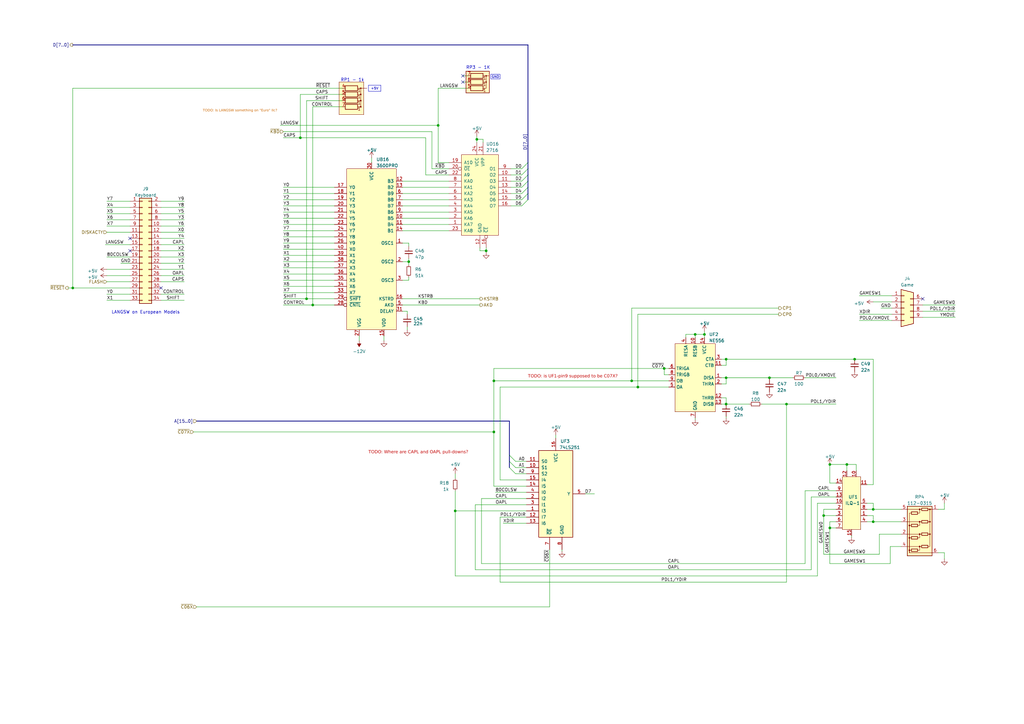
<source format=kicad_sch>
(kicad_sch (version 20230121) (generator eeschema)
  (paper "A3")
  (title_block (title "Keyboard and Gameport") (rev "1") (company "bald.ee/bitpreserve") (comment 1 "Apple IIc"))
  (lib_symbols
    (symbol "Apple IIc Schematic Symbols:2716" (pin_names (offset 1.016))
      (property "Reference" "U" (at 0 1.27 0))
      (property "Value" "2716" (at 0 -1.27 0))
      (symbol "2716_1_1"
        (pin input line (at -12.7 -12.065 0) (length 5.08) (name "KA7") (number "1"))
        (pin bidirectional line (at 12.7 8.255 180) (length 5.08) (name "O2") (number "10"))
        (pin bidirectional line (at 12.7 5.715 180) (length 5.08) (name "O3") (number "11"))
        (pin power_in line (at 0 -21.59 90) (length 5.08) (name "GND") (number "12"))
        (pin bidirectional line (at 12.7 3.175 180) (length 5.08) (name "O4") (number "13"))
        (pin bidirectional line (at 12.7 0.635 180) (length 5.08) (name "O5") (number "14"))
        (pin bidirectional line (at 12.7 -1.905 180) (length 5.08) (name "O6") (number "15"))
        (pin bidirectional line (at 12.7 -4.445 180) (length 5.08) (name "O7") (number "16"))
        (pin input inverted (at 2.54 -21.59 90) (length 5.08) (name "~{CE}") (number "16"))
        (pin input line (at -12.7 13.335 0) (length 5.08) (name "A10") (number "19"))
        (pin input line (at -12.7 -9.525 0) (length 5.08) (name "KA6") (number "2"))
        (pin input inverted (at -12.7 10.795 0) (length 5.08) (name "~{OE}") (number "20"))
        (pin input line (at 1.27 21.59 270) (length 5.08) (name "VPP") (number "21"))
        (pin input line (at -12.7 8.255 0) (length 5.08) (name "A9") (number "22"))
        (pin input line (at -12.7 -14.605 0) (length 5.08) (name "KA8") (number "23"))
        (pin power_in line (at -1.27 21.59 270) (length 5.08) (name "VCC") (number "24"))
        (pin input line (at -12.7 -6.985 0) (length 5.08) (name "KA5") (number "3"))
        (pin input line (at -12.7 -4.445 0) (length 5.08) (name "KA4") (number "4"))
        (pin input line (at -12.7 -1.905 0) (length 5.08) (name "KA3") (number "5"))
        (pin input line (at -12.7 0.635 0) (length 5.08) (name "KA2") (number "6"))
        (pin input line (at -12.7 3.175 0) (length 5.08) (name "KA1") (number "7"))
        (pin input line (at -12.7 5.715 0) (length 5.08) (name "KA0") (number "8"))
        (pin bidirectional line (at 12.7 10.795 180) (length 5.08) (name "O1") (number "9"))
      )
    )
    (symbol "Apple IIc Schematic Symbols:3600PRO" (pin_names (offset 1.016))
      (property "Reference" "U" (at 0 2.54 0))
      (property "Value" "3600PRO" (at 0 -2.54 0))
      (symbol "3600PRO_1_1"
        (pin passive line (at 12.7 2.54 180) (length 2.54) (name "OSC1") (number "1"))
        (pin output line (at 12.7 12.7 180) (length 2.54) (name "B5") (number "10"))
        (pin output line (at 12.7 10.16 180) (length 2.54) (name "B4") (number "11"))
        (pin output line (at 12.7 27.94 180) (length 2.54) (name "B3") (number "12"))
        (pin output line (at 12.7 25.4 180) (length 2.54) (name "B2") (number "13"))
        (pin output line (at 12.7 7.62 180) (length 2.54) (name "B1") (number "14"))
        (pin power_in line (at 5.08 -35.56 90) (length 2.54) (name "VDD") (number "15"))
        (pin output line (at 12.7 -20.32 180) (length 2.54) (name "KSTRD") (number "16"))
        (pin passive line (at -15.24 25.4 0) (length 5.08) (name "Y0") (number "17"))
        (pin passive line (at -15.24 22.86 0) (length 5.08) (name "Y1") (number "18"))
        (pin passive line (at -15.24 20.32 0) (length 5.08) (name "Y2") (number "19"))
        (pin passive line (at 12.7 -5.08 180) (length 2.54) (name "OSC2") (number "2"))
        (pin passive line (at -15.24 17.78 0) (length 5.08) (name "Y3") (number "20"))
        (pin passive line (at -15.24 15.24 0) (length 5.08) (name "Y4") (number "21"))
        (pin passive line (at -15.24 12.7 0) (length 5.08) (name "Y5") (number "22"))
        (pin passive line (at -15.24 10.16 0) (length 5.08) (name "Y6") (number "23"))
        (pin passive line (at -15.24 7.62 0) (length 5.08) (name "Y7") (number "24"))
        (pin passive line (at -15.24 5.08 0) (length 5.08) (name "Y8") (number "25"))
        (pin passive line (at -15.24 2.54 0) (length 5.08) (name "Y9") (number "26"))
        (pin power_in line (at -5.08 -35.56 90) (length 2.54) (name "VGG") (number "27"))
        (pin input inverted (at -15.24 -22.86 0) (length 5.08) (name "~{CNTL}") (number "28"))
        (pin input inverted (at -15.24 -20.32 0) (length 5.08) (name "~{SHFT}") (number "29"))
        (pin passive line (at 12.7 -12.7 180) (length 2.54) (name "OSC3") (number "3"))
        (pin power_in line (at 0 35.56 270) (length 2.54) (name "VCC") (number "30"))
        (pin input line (at 12.7 -25.4 180) (length 2.54) (name "DELAY") (number "31"))
        (pin passive line (at -15.24 -17.78 0) (length 5.08) (name "X7") (number "33"))
        (pin passive line (at -15.24 -15.24 0) (length 5.08) (name "X6") (number "34"))
        (pin passive line (at -15.24 -12.7 0) (length 5.08) (name "X5") (number "35"))
        (pin passive line (at -15.24 -10.16 0) (length 5.08) (name "X4") (number "36"))
        (pin passive line (at -15.24 -7.62 0) (length 5.08) (name "X3") (number "37"))
        (pin passive line (at -15.24 -5.08 0) (length 5.08) (name "X2") (number "38"))
        (pin passive line (at -15.24 -2.54 0) (length 5.08) (name "X1") (number "39"))
        (pin passive line (at -15.24 0 0) (length 5.08) (name "X0") (number "40"))
        (pin output line (at 12.7 -22.86 180) (length 2.54) (name "AKD") (number "5"))
        (pin output line (at 12.7 22.86 180) (length 2.54) (name "B9") (number "6"))
        (pin output line (at 12.7 20.32 180) (length 2.54) (name "B8") (number "7"))
        (pin output line (at 12.7 17.78 180) (length 2.54) (name "B7") (number "8"))
        (pin output line (at 12.7 15.24 180) (length 2.54) (name "B6") (number "9"))
      )
    )
    (symbol "Apple IIc Schematic Symbols:74LS251-IIc" (pin_names (offset 1.016))
      (property "Reference" "UF3" (at 3.81 21.59 0))
      (property "Value" "74LS251" (at 5.715 19.05 0))
      (symbol "74LS251-IIc_1_0"
        (pin input line (at -12.065 -6.985 0) (length 5.08) (name "I3") (number "1"))
        (pin input line (at -12.065 10.795 0) (length 5.08) (name "S1") (number "10"))
        (pin input line (at -12.065 13.335 0) (length 5.08) (name "S0") (number "11"))
        (pin input line (at -12.065 -9.525 0) (length 5.08) (name "I7") (number "12"))
        (pin input line (at -12.065 -12.065 0) (length 5.08) (name "I6") (number "13"))
        (pin input line (at -12.065 3.175 0) (length 5.08) (name "I5") (number "14"))
        (pin input line (at -12.065 5.715 0) (length 5.08) (name "I4") (number "15"))
        (pin power_in line (at 0 22.86 270) (length 5.08) (name "VCC") (number "16"))
        (pin input line (at -12.065 -1.905 0) (length 5.08) (name "I2") (number "2"))
        (pin input line (at -12.065 -4.445 0) (length 5.08) (name "I1") (number "3"))
        (pin input line (at -12.065 0.635 0) (length 5.08) (name "I0") (number "4"))
        (pin tri_state line (at 12.065 0 180) (length 5.08) (name "Y") (number "5"))
        (pin no_connect line (at 12.065 12.7 180) (length 5.08) hide (name "~{Y}") (number "6"))
        (pin input line (at -2.54 -22.86 90) (length 5.08) (name "~{OE}") (number "7"))
        (pin power_in line (at 2.54 -22.86 90) (length 5.08) (name "GND") (number "8"))
        (pin input line (at -12.065 8.255 0) (length 5.08) (name "S2") (number "9"))
      )
    )
    (symbol "Apple IIc Schematic Symbols:Conn_Gameport-IIc-10pin" (pin_names (offset 1.016) hide)
      (property "Reference" "J" (at 1.27 8.255 0))
      (property "Value" "Game" (at 1.27 -8.89 0))
      (symbol "Conn_Gameport-IIc-10pin_1_1"
        (pin passive line (at -5.08 5.08 0) (length 3.81) (name "Pin_1") (number "1"))
        (pin passive line (at -5.08 2.54 0) (length 3.81) (name "Pin_2") (number "2"))
        (pin passive line (at -5.08 0 0) (length 3.81) (name "Pin_3") (number "3"))
        (pin passive line (at -5.08 -2.54 0) (length 3.81) (name "Pin_4") (number "4"))
        (pin passive line (at -5.08 -5.08 0) (length 3.81) (name "Pin_5") (number "5"))
        (pin passive line (at 7.62 3.81 180) (length 3.81) (name "Pin_6") (number "6"))
        (pin passive line (at 7.62 1.27 180) (length 3.81) (name "Pin_7") (number "7"))
        (pin passive line (at 7.62 -1.27 180) (length 3.81) (name "Pin_8") (number "8"))
        (pin passive line (at 7.62 -3.81 180) (length 3.81) (name "Pin_9") (number "9"))
      )
    )
    (symbol "Apple IIc Schematic Symbols:ILQ-1"
      (property "Reference" "U" (at 0 3.175 0))
      (property "Value" "ILQ-1" (at 0 1.27 0))
      (symbol "ILQ-1_0_0"
        (pin passive line (at 6.35 -5.08 180) (length 2.54) (name "") (number "1"))
        (pin passive line (at 1.905 13.335 270) (length 2.54) (name "") (number "10"))
        (pin passive line (at 6.35 7.62 180) (length 2.54) (name "") (number "11"))
        (pin passive line (at -1.905 13.335 270) (length 2.54) (name "") (number "12"))
        (pin passive line (at -6.35 2.54 0) (length 2.54) (name "") (number "13"))
        (pin passive line (at -6.35 8.255 0) (length 2.54) (name "") (number "14"))
        (pin passive line (at 0 -13.335 90) (length 2.54) (name "") (number "15"))
        (pin passive line (at -6.35 0 0) (length 2.54) (name "") (number "16"))
        (pin passive line (at -6.35 -2.54 0) (length 2.54) (name "") (number "2"))
        (pin passive line (at -6.35 -5.08 0) (length 2.54) (name "") (number "3"))
        (pin passive line (at 6.35 -7.62 180) (length 2.54) (name "") (number "4"))
        (pin passive line (at 6.35 0 180) (length 2.54) (name "") (number "5"))
        (pin passive line (at -6.35 -7.62 0) (length 2.54) (name "") (number "6"))
        (pin passive line (at -6.35 -10.16 0) (length 2.54) (name "") (number "7"))
        (pin passive line (at 6.35 -2.54 180) (length 2.54) (name "") (number "8"))
        (pin passive line (at -6.35 5.08 0) (length 2.54) (name "") (number "9"))
      )
    )
    (symbol "Apple IIc Schematic Symbols:NE556"
      (property "Reference" "U" (at 6.985 17.78 0))
      (property "Value" "NE556" (at 8.89 15.24 0))
      (symbol "NE556_0_0"
        (pin output line (at 10.795 0 180) (length 2.54) (name "DISA") (number "1"))
        (pin input line (at 0 16.51 270) (length 2.54) (name "RESB") (number "10"))
        (pin input line (at 10.795 5.08 180) (length 2.54) (name "CTB") (number "11"))
        (pin input line (at 10.795 -8.255 180) (length 2.54) (name "THRB") (number "12"))
        (pin output line (at 10.795 -10.795 180) (length 2.54) (name "DISB") (number "13"))
        (pin power_in line (at 3.81 16.51 270) (length 2.54) (name "VCC") (number "14"))
        (pin input line (at 10.795 -2.54 180) (length 2.54) (name "THRA") (number "2"))
        (pin input line (at 10.795 7.62 180) (length 2.54) (name "CTA") (number "3"))
        (pin input line (at -3.81 16.51 270) (length 2.54) (name "RESA") (number "4"))
        (pin output line (at -10.795 -3.81 0) (length 2.54) (name "OA") (number "5"))
        (pin input line (at -10.795 3.81 0) (length 2.54) (name "TRIGA") (number "6"))
        (pin power_in line (at 0 -16.51 90) (length 2.54) (name "GND") (number "7"))
        (pin input line (at -10.795 1.27 0) (length 2.54) (name "TRIGB") (number "8"))
        (pin output line (at -10.795 -1.27 0) (length 2.54) (name "OB") (number "9"))
      )
    )
    (symbol "Apple IIc Schematic Symbols:R_Network (112-0315)" (pin_names (offset 0) hide)
      (property "Reference" "RP" (at 0 11.43 0))
      (property "Value" "112-0315" (at 0 -11.43 0))
      (symbol "R_Network (112-0315)_1_1"
        (pin passive line (at 7.62 8.89 180) (length 2.54) (name "COM1") (number "1"))
        (pin passive line (at -7.62 -1.27 0) (length 2.54) (name "R3") (number "2"))
        (pin passive line (at -7.62 3.81 0) (length 2.54) (name "R2") (number "3"))
        (pin passive line (at -7.62 -6.35 0) (length 2.54) (name "R4") (number "4"))
        (pin passive line (at -7.62 8.89 0) (length 2.54) (name "R1") (number "5"))
        (pin passive line (at 7.62 -8.89 180) (length 2.54) (name "COM2") (number "6"))
      )
    )
    (symbol "Connector_Generic:Conn_02x17_Odd_Even" (pin_names (offset 1.016) hide)
      (property "Reference" "J" (at 1.27 22.86 0))
      (property "Value" "Conn_02x17_Odd_Even" (at 1.27 -22.86 0))
      (symbol "Conn_02x17_Odd_Even_1_1"
        (pin passive line (at -5.08 20.32 0) (length 3.81) (name "Pin_1") (number "1"))
        (pin passive line (at 7.62 10.16 180) (length 3.81) (name "Pin_10") (number "10"))
        (pin passive line (at -5.08 7.62 0) (length 3.81) (name "Pin_11") (number "11"))
        (pin passive line (at 7.62 7.62 180) (length 3.81) (name "Pin_12") (number "12"))
        (pin passive line (at -5.08 5.08 0) (length 3.81) (name "Pin_13") (number "13"))
        (pin passive line (at 7.62 5.08 180) (length 3.81) (name "Pin_14") (number "14"))
        (pin passive line (at -5.08 2.54 0) (length 3.81) (name "Pin_15") (number "15"))
        (pin passive line (at 7.62 2.54 180) (length 3.81) (name "Pin_16") (number "16"))
        (pin passive line (at -5.08 0 0) (length 3.81) (name "Pin_17") (number "17"))
        (pin passive line (at 7.62 0 180) (length 3.81) (name "Pin_18") (number "18"))
        (pin passive line (at -5.08 -2.54 0) (length 3.81) (name "Pin_19") (number "19"))
        (pin passive line (at 7.62 20.32 180) (length 3.81) (name "Pin_2") (number "2"))
        (pin passive line (at 7.62 -2.54 180) (length 3.81) (name "Pin_20") (number "20"))
        (pin passive line (at -5.08 -5.08 0) (length 3.81) (name "Pin_21") (number "21"))
        (pin passive line (at 7.62 -5.08 180) (length 3.81) (name "Pin_22") (number "22"))
        (pin passive line (at -5.08 -7.62 0) (length 3.81) (name "Pin_23") (number "23"))
        (pin passive line (at 7.62 -7.62 180) (length 3.81) (name "Pin_24") (number "24"))
        (pin passive line (at -5.08 -10.16 0) (length 3.81) (name "Pin_25") (number "25"))
        (pin passive line (at 7.62 -10.16 180) (length 3.81) (name "Pin_26") (number "26"))
        (pin passive line (at -5.08 -12.7 0) (length 3.81) (name "Pin_27") (number "27"))
        (pin passive line (at 7.62 -12.7 180) (length 3.81) (name "Pin_28") (number "28"))
        (pin passive line (at -5.08 -15.24 0) (length 3.81) (name "Pin_29") (number "29"))
        (pin passive line (at -5.08 17.78 0) (length 3.81) (name "Pin_3") (number "3"))
        (pin passive line (at 7.62 -15.24 180) (length 3.81) (name "Pin_30") (number "30"))
        (pin passive line (at -5.08 -17.78 0) (length 3.81) (name "Pin_31") (number "31"))
        (pin passive line (at 7.62 -17.78 180) (length 3.81) (name "Pin_32") (number "32"))
        (pin passive line (at -5.08 -20.32 0) (length 3.81) (name "Pin_33") (number "33"))
        (pin passive line (at 7.62 -20.32 180) (length 3.81) (name "Pin_34") (number "34"))
        (pin passive line (at 7.62 17.78 180) (length 3.81) (name "Pin_4") (number "4"))
        (pin passive line (at -5.08 15.24 0) (length 3.81) (name "Pin_5") (number "5"))
        (pin passive line (at 7.62 15.24 180) (length 3.81) (name "Pin_6") (number "6"))
        (pin passive line (at -5.08 12.7 0) (length 3.81) (name "Pin_7") (number "7"))
        (pin passive line (at 7.62 12.7 180) (length 3.81) (name "Pin_8") (number "8"))
        (pin passive line (at -5.08 10.16 0) (length 3.81) (name "Pin_9") (number "9"))
      )
    )
    (symbol "Device:C_Small" (pin_numbers hide) (pin_names (offset 0.254) hide)
      (property "Reference" "C" (at 0.254 1.778 0))
      (property "Value" "C_Small" (at 0.254 -2.032 0))
      (symbol "C_Small_1_1"
        (pin passive line (at 0 2.54 270) (length 2.032) (name "~") (number "1"))
        (pin passive line (at 0 -2.54 90) (length 2.032) (name "~") (number "2"))
      )
    )
    (symbol "Device:R_Network07_Split" (pin_names (offset 0) hide)
      (property "Reference" "RN" (at 2.032 0 90))
      (property "Value" "R_Network07_Split" (at 0 0 90))
      (symbol "R_Network07_Split_1_1"
        (pin passive line (at 0 3.81 270) (length 1.27) (name "R1.1") (number "1"))
        (pin passive line (at 0 -3.81 90) (length 1.27) (name "R1.2") (number "2"))
      )
      (symbol "R_Network07_Split_2_1"
        (text "1" (at 0.889 3.175 900) (effects (font (size 1.27 1.27))))
        (pin passive line (at 0 -3.81 90) (length 1.27) (name "R2.2") (number "3"))
      )
      (symbol "R_Network07_Split_3_1"
        (text "1" (at 0.889 3.175 900) (effects (font (size 1.27 1.27))))
        (pin passive line (at 0 -3.81 90) (length 1.27) (name "R3.2") (number "4"))
      )
      (symbol "R_Network07_Split_4_1"
        (text "1" (at 0.889 3.175 900) (effects (font (size 1.27 1.27))))
        (pin passive line (at 0 -3.81 90) (length 1.27) (name "R4.2") (number "5"))
      )
      (symbol "R_Network07_Split_5_1"
        (text "1" (at 0.889 3.175 900) (effects (font (size 1.27 1.27))))
        (pin passive line (at 0 -3.81 90) (length 1.27) (name "R5.2") (number "6"))
      )
      (symbol "R_Network07_Split_6_1"
        (text "1" (at 0.889 3.175 900) (effects (font (size 1.27 1.27))))
        (pin passive line (at 0 -3.81 90) (length 1.27) (name "R6.2") (number "7"))
      )
      (symbol "R_Network07_Split_7_1"
        (text "1" (at 0.889 3.175 900) (effects (font (size 1.27 1.27))))
        (pin passive line (at 0 -3.81 90) (length 1.27) (name "R7.2") (number "8"))
      )
    )
    (symbol "Device:R_Network09_Split" (pin_names (offset 0) hide)
      (property "Reference" "RN" (at 2.032 0 90))
      (property "Value" "R_Network09_Split" (at 0 0 90))
      (symbol "R_Network09_Split_1_1"
        (pin passive line (at 0 3.81 270) (length 1.27) (name "R1.1") (number "1"))
        (pin passive line (at 0 -3.81 90) (length 1.27) (name "R1.2") (number "2"))
      )
      (symbol "R_Network09_Split_2_1"
        (text "1" (at 0.889 3.175 900) (effects (font (size 1.27 1.27))))
        (pin passive line (at 0 -3.81 90) (length 1.27) (name "R2.2") (number "3"))
      )
      (symbol "R_Network09_Split_3_1"
        (text "1" (at 0.889 3.175 900) (effects (font (size 1.27 1.27))))
        (pin passive line (at 0 -3.81 90) (length 1.27) (name "R3.2") (number "4"))
      )
      (symbol "R_Network09_Split_4_1"
        (text "1" (at 0.889 3.175 900) (effects (font (size 1.27 1.27))))
        (pin passive line (at 0 -3.81 90) (length 1.27) (name "R4.2") (number "5"))
      )
      (symbol "R_Network09_Split_5_1"
        (text "1" (at 0.889 3.175 900) (effects (font (size 1.27 1.27))))
        (pin passive line (at 0 -3.81 90) (length 1.27) (name "R5.2") (number "6"))
      )
      (symbol "R_Network09_Split_6_1"
        (text "1" (at 0.889 3.175 900) (effects (font (size 1.27 1.27))))
        (pin passive line (at 0 -3.81 90) (length 1.27) (name "R6.2") (number "7"))
      )
      (symbol "R_Network09_Split_7_1"
        (text "1" (at 0.889 3.175 900) (effects (font (size 1.27 1.27))))
        (pin passive line (at 0 -3.81 90) (length 1.27) (name "R7.2") (number "8"))
      )
      (symbol "R_Network09_Split_8_1"
        (text "1" (at 0.889 3.175 900) (effects (font (size 1.27 1.27))))
        (pin passive line (at 0 -3.81 90) (length 1.27) (name "R8.2") (number "9"))
      )
      (symbol "R_Network09_Split_9_1"
        (text "1" (at 0.889 3.175 900) (effects (font (size 1.27 1.27))))
        (pin passive line (at 0 -3.81 90) (length 1.27) (name "R9.2") (number "10"))
      )
    )
    (symbol "Device:R_Small" (pin_numbers hide) (pin_names (offset 0.254) hide)
      (property "Reference" "R" (at 0.762 0.508 0))
      (property "Value" "R_Small" (at 0.762 -1.016 0))
      (symbol "R_Small_1_1"
        (pin passive line (at 0 2.54 270) (length 0.762) (name "~") (number "1"))
        (pin passive line (at 0 -2.54 90) (length 0.762) (name "~") (number "2"))
      )
    )
    (symbol "power:+5V" (power) (pin_names (offset 0))
      (property "Value" "+5V" (at 0 3.556 0))
      (symbol "+5V_1_1"
        (pin power_in line (at 0 0 90) (length 0) hide (name "+5V") (number "1"))
      )
    )
    (symbol "power:-12V" (power) (pin_names (offset 0))
      (property "Value" "-12V" (at 0 3.81 0))
      (symbol "-12V_0_0"
        (pin power_in line (at 0 0 90) (length 0) hide (name "-12V") (number "1"))
      )
    )
    (symbol "power:GND" (power) (pin_names (offset 0))
      (property "Value" "GND" (at 0 -3.81 0))
      (symbol "GND_1_1"
        (pin power_in line (at 0 0 270) (length 0) hide (name "GND") (number "1"))
      )
    )
  )
  (junction (at 202.565 156.21))
  (junction (at 125.73 122.555))
  (junction (at 288.925 137.16))
  (junction (at 285.115 137.16))
  (junction (at 297.815 165.735))
  (junction (at 322.58 165.735))
  (junction (at 199.39 102.87))
  (junction (at 358.14 208.915))
  (junction (at 195.58 57.15))
  (junction (at 261.62 158.75))
  (junction (at 297.815 154.94))
  (junction (at 167.64 107.315))
  (junction (at 202.565 177.165))
  (junction (at 337.82 211.455))
  (junction (at 350.52 147.32))
  (junction (at 315.595 154.94))
  (junction (at 340.36 190.5))
  (junction (at 297.815 147.32))
  (junction (at 179.705 51.435))
  (junction (at 358.14 213.995))
  (junction (at 128.27 125.095))
  (junction (at 340.36 216.535))
  (junction (at 272.415 151.13))
  (junction (at 186.69 209.55))
  (junction (at 259.08 156.21))
  (junction (at 347.345 190.5))
  (junction (at 29.845 118.11))
  (junction (at 123.19 56.515))
  (no_connect (at 53.34 102.87))
  (no_connect (at 53.34 97.79))
  (no_connect (at 189.865 33.655))
  (no_connect (at 66.04 118.11))
  (no_connect (at 378.46 122.555))
  (no_connect (at 189.865 31.115))
  (bus_entry (at 208.915 189.23) (size 2.54 2.54))
  (bus_entry (at 213.995 69.215) (size 2.54 -2.54))
  (bus_entry (at 213.995 84.455) (size 2.54 -2.54))
  (bus_entry (at 213.995 79.375) (size 2.54 -2.54))
  (bus_entry (at 213.995 81.915) (size 2.54 -2.54))
  (bus_entry (at 213.995 76.835) (size 2.54 -2.54))
  (bus_entry (at 213.995 74.295) (size 2.54 -2.54))
  (bus_entry (at 208.915 191.77) (size 2.54 2.54))
  (bus_entry (at 213.995 71.755) (size 2.54 -2.54))
  (bus_entry (at 208.915 186.69) (size 2.54 2.54))
  (wire (pts (xy 358.14 211.455) (xy 358.14 213.995)))
  (wire (pts (xy 205.105 212.09) (xy 205.105 238.76)))
  (wire (pts (xy 66.04 102.87) (xy 75.565 102.87)))
  (wire (pts (xy 285.115 137.16) (xy 285.115 138.43)))
  (wire (pts (xy 43.815 113.03) (xy 53.34 113.03)))
  (wire (pts (xy 261.62 128.905) (xy 261.62 158.75)))
  (wire (pts (xy 297.815 165.735) (xy 307.34 165.735)))
  (wire (pts (xy 186.69 236.22) (xy 335.28 236.22)))
  (wire (pts (xy 322.58 165.735) (xy 342.9 165.735)))
  (wire (pts (xy 297.815 147.32) (xy 350.52 147.32)))
  (wire (pts (xy 43.815 120.65) (xy 53.34 120.65)))
  (wire (pts (xy 225.425 248.92) (xy 225.425 225.425)))
  (wire (pts (xy 202.565 199.39) (xy 202.565 177.165)))
  (wire (pts (xy 43.815 123.19) (xy 53.34 123.19)))
  (wire (pts (xy 43.815 95.25) (xy 53.34 95.25)))
  (wire (pts (xy 152.4 64.77) (xy 152.4 66.675)))
  (bus (pts (xy 216.535 71.755) (xy 216.535 69.215)))
  (wire (pts (xy 43.815 82.55) (xy 53.34 82.55)))
  (wire (pts (xy 116.205 109.855) (xy 137.16 109.855)))
  (wire (pts (xy 340.36 213.995) (xy 340.36 216.535)))
  (wire (pts (xy 387.35 229.235) (xy 387.35 226.695)))
  (bus (pts (xy 208.915 172.72) (xy 80.645 172.72)))
  (wire (pts (xy 195.58 55.88) (xy 195.58 57.15)))
  (wire (pts (xy 209.55 84.455) (xy 213.995 84.455)))
  (wire (pts (xy 352.425 131.445) (xy 365.76 131.445)))
  (wire (pts (xy 358.14 213.995) (xy 369.57 213.995)))
  (wire (pts (xy 66.04 115.57) (xy 75.565 115.57)))
  (wire (pts (xy 125.73 41.275) (xy 125.73 122.555)))
  (wire (pts (xy 167.64 99.695) (xy 167.64 100.965)))
  (wire (pts (xy 80.645 248.92) (xy 225.425 248.92)))
  (wire (pts (xy 360.68 219.075) (xy 360.68 227.33)))
  (wire (pts (xy 116.205 84.455) (xy 137.16 84.455)))
  (wire (pts (xy 285.115 137.16) (xy 288.925 137.16)))
  (wire (pts (xy 43.18 100.33) (xy 53.34 100.33)))
  (wire (pts (xy 125.73 41.275) (xy 140.335 41.275)))
  (bus (pts (xy 216.535 79.375) (xy 216.535 76.835)))
  (wire (pts (xy 297.815 165.735) (xy 297.815 163.195)))
  (bus (pts (xy 216.535 69.215) (xy 216.535 66.675)))
  (wire (pts (xy 211.455 189.23) (xy 215.9 189.23)))
  (wire (pts (xy 202.565 151.13) (xy 272.415 151.13)))
  (wire (pts (xy 340.36 216.535) (xy 340.36 231.14)))
  (bus (pts (xy 216.535 66.675) (xy 216.535 18.415)))
  (wire (pts (xy 116.205 102.235) (xy 137.16 102.235)))
  (wire (pts (xy 259.08 126.365) (xy 259.08 156.21)))
  (wire (pts (xy 114.935 51.435) (xy 179.705 51.435)))
  (wire (pts (xy 355.6 208.915) (xy 358.14 208.915)))
  (wire (pts (xy 199.39 101.6) (xy 199.39 102.87)))
  (wire (pts (xy 215.9 199.39) (xy 202.565 199.39)))
  (wire (pts (xy 167.64 114.935) (xy 167.64 113.665)))
  (wire (pts (xy 365.125 231.14) (xy 365.125 224.155)))
  (wire (pts (xy 29.845 118.11) (xy 53.34 118.11)))
  (wire (pts (xy 295.91 154.94) (xy 297.815 154.94)))
  (wire (pts (xy 315.595 154.94) (xy 325.12 154.94)))
  (wire (pts (xy 66.04 95.25) (xy 75.565 95.25)))
  (wire (pts (xy 361.315 126.365) (xy 365.76 126.365)))
  (wire (pts (xy 66.04 105.41) (xy 75.565 105.41)))
  (wire (pts (xy 202.565 156.21) (xy 259.08 156.21)))
  (wire (pts (xy 66.04 107.95) (xy 75.565 107.95)))
  (wire (pts (xy 203.2 201.93) (xy 215.9 201.93)))
  (wire (pts (xy 295.91 163.195) (xy 297.815 163.195)))
  (wire (pts (xy 116.205 76.835) (xy 137.16 76.835)))
  (wire (pts (xy 337.82 211.455) (xy 342.9 211.455)))
  (wire (pts (xy 66.04 85.09) (xy 75.565 85.09)))
  (bus (pts (xy 29.845 18.415) (xy 216.535 18.415)))
  (wire (pts (xy 358.14 208.915) (xy 369.57 208.915)))
  (wire (pts (xy 165.1 99.695) (xy 167.64 99.695)))
  (wire (pts (xy 259.08 126.365) (xy 319.405 126.365)))
  (wire (pts (xy 125.73 122.555) (xy 137.16 122.555)))
  (wire (pts (xy 215.9 204.47) (xy 197.485 204.47)))
  (wire (pts (xy 116.205 120.015) (xy 137.16 120.015)))
  (wire (pts (xy 165.1 76.835) (xy 184.15 76.835)))
  (wire (pts (xy 116.205 122.555) (xy 125.73 122.555)))
  (wire (pts (xy 165.1 89.535) (xy 184.15 89.535)))
  (wire (pts (xy 261.62 158.75) (xy 274.32 158.75)))
  (wire (pts (xy 66.04 123.19) (xy 75.565 123.19)))
  (wire (pts (xy 195.58 57.15) (xy 195.58 58.42)))
  (wire (pts (xy 205.105 238.76) (xy 322.58 238.76)))
  (wire (pts (xy 116.205 89.535) (xy 137.16 89.535)))
  (wire (pts (xy 66.04 113.03) (xy 75.565 113.03)))
  (wire (pts (xy 186.69 201.295) (xy 186.69 209.55)))
  (wire (pts (xy 337.82 208.915) (xy 337.82 211.455)))
  (wire (pts (xy 209.55 71.755) (xy 213.995 71.755)))
  (wire (pts (xy 165.1 114.935) (xy 167.64 114.935)))
  (wire (pts (xy 43.815 87.63) (xy 53.34 87.63)))
  (wire (pts (xy 43.815 110.49) (xy 53.34 110.49)))
  (wire (pts (xy 215.9 196.85) (xy 205.105 196.85)))
  (wire (pts (xy 194.945 233.68) (xy 332.74 233.68)))
  (wire (pts (xy 365.125 224.155) (xy 369.57 224.155)))
  (wire (pts (xy 209.55 79.375) (xy 213.995 79.375)))
  (wire (pts (xy 157.48 137.795) (xy 157.48 139.7)))
  (wire (pts (xy 358.14 198.755) (xy 355.6 198.755)))
  (wire (pts (xy 116.205 125.095) (xy 128.27 125.095)))
  (wire (pts (xy 205.105 212.09) (xy 215.9 212.09)))
  (wire (pts (xy 211.455 194.31) (xy 215.9 194.31)))
  (wire (pts (xy 281.305 137.16) (xy 285.115 137.16)))
  (wire (pts (xy 123.19 56.515) (xy 174.625 56.515)))
  (wire (pts (xy 358.14 206.375) (xy 358.14 208.915)))
  (wire (pts (xy 342.9 203.835) (xy 332.74 203.835)))
  (wire (pts (xy 351.155 190.5) (xy 351.155 193.04)))
  (wire (pts (xy 352.425 128.905) (xy 365.76 128.905)))
  (wire (pts (xy 322.58 238.76) (xy 322.58 165.735)))
  (wire (pts (xy 215.9 207.01) (xy 194.945 207.01)))
  (wire (pts (xy 274.32 153.67) (xy 272.415 153.67)))
  (wire (pts (xy 295.91 149.86) (xy 297.815 149.86)))
  (wire (pts (xy 165.1 86.995) (xy 184.15 86.995)))
  (wire (pts (xy 184.15 71.755) (xy 174.625 71.755)))
  (wire (pts (xy 297.815 170.815) (xy 297.815 171.45)))
  (wire (pts (xy 332.74 203.835) (xy 332.74 233.68)))
  (wire (pts (xy 272.415 151.13) (xy 274.32 151.13)))
  (wire (pts (xy 272.415 153.67) (xy 272.415 151.13)))
  (wire (pts (xy 66.04 90.17) (xy 75.565 90.17)))
  (wire (pts (xy 342.9 208.915) (xy 337.82 208.915)))
  (wire (pts (xy 211.455 191.77) (xy 215.9 191.77)))
  (wire (pts (xy 116.205 94.615) (xy 137.16 94.615)))
  (wire (pts (xy 330.2 154.94) (xy 342.9 154.94)))
  (wire (pts (xy 186.69 209.55) (xy 186.69 236.22)))
  (wire (pts (xy 165.1 94.615) (xy 184.15 94.615)))
  (wire (pts (xy 165.1 107.315) (xy 167.64 107.315)))
  (wire (pts (xy 49.53 107.95) (xy 53.34 107.95)))
  (wire (pts (xy 165.1 125.095) (xy 196.85 125.095)))
  (wire (pts (xy 165.1 122.555) (xy 196.85 122.555)))
  (wire (pts (xy 194.945 207.01) (xy 194.945 233.68)))
  (wire (pts (xy 295.91 165.735) (xy 297.815 165.735)))
  (wire (pts (xy 189.865 33.655) (xy 191.77 33.655)))
  (wire (pts (xy 43.815 90.17) (xy 53.34 90.17)))
  (wire (pts (xy 165.1 127.635) (xy 167.005 127.635)))
  (wire (pts (xy 116.205 104.775) (xy 137.16 104.775)))
  (wire (pts (xy 197.485 204.47) (xy 197.485 231.14)))
  (wire (pts (xy 43.815 85.09) (xy 53.34 85.09)))
  (wire (pts (xy 387.35 206.375) (xy 387.35 208.915)))
  (wire (pts (xy 297.815 154.94) (xy 315.595 154.94)))
  (wire (pts (xy 297.815 149.86) (xy 297.815 147.32)))
  (wire (pts (xy 288.925 135.89) (xy 288.925 137.16)))
  (wire (pts (xy 337.82 227.33) (xy 360.68 227.33)))
  (wire (pts (xy 337.82 211.455) (xy 337.82 227.33)))
  (wire (pts (xy 66.04 82.55) (xy 75.565 82.55)))
  (wire (pts (xy 186.69 194.31) (xy 186.69 196.215)))
  (wire (pts (xy 355.6 213.995) (xy 358.14 213.995)))
  (wire (pts (xy 177.165 69.215) (xy 177.165 53.975)))
  (wire (pts (xy 167.64 107.315) (xy 167.64 108.585)))
  (wire (pts (xy 116.205 107.315) (xy 137.16 107.315)))
  (wire (pts (xy 116.205 117.475) (xy 137.16 117.475)))
  (wire (pts (xy 123.19 38.735) (xy 123.19 56.515)))
  (wire (pts (xy 297.815 157.48) (xy 297.815 154.94)))
  (wire (pts (xy 66.04 110.49) (xy 75.565 110.49)))
  (bus (pts (xy 208.915 186.69) (xy 208.915 189.23)))
  (wire (pts (xy 340.36 231.14) (xy 365.125 231.14)))
  (wire (pts (xy 209.55 69.215) (xy 213.995 69.215)))
  (wire (pts (xy 358.14 147.32) (xy 358.14 198.755)))
  (wire (pts (xy 360.68 219.075) (xy 369.57 219.075)))
  (wire (pts (xy 189.865 31.115) (xy 191.77 31.115)))
  (wire (pts (xy 352.425 121.285) (xy 365.76 121.285)))
  (wire (pts (xy 66.04 92.71) (xy 75.565 92.71)))
  (wire (pts (xy 340.36 198.12) (xy 340.36 190.5)))
  (wire (pts (xy 29.845 118.11) (xy 29.845 36.195)))
  (wire (pts (xy 202.565 177.165) (xy 202.565 156.21)))
  (wire (pts (xy 315.595 154.94) (xy 315.595 155.575)))
  (wire (pts (xy 179.705 66.675) (xy 184.15 66.675)))
  (wire (pts (xy 116.205 114.935) (xy 137.16 114.935)))
  (wire (pts (xy 347.345 190.5) (xy 351.155 190.5)))
  (wire (pts (xy 355.6 206.375) (xy 358.14 206.375)))
  (wire (pts (xy 179.705 36.195) (xy 191.77 36.195)))
  (wire (pts (xy 116.205 112.395) (xy 137.16 112.395)))
  (wire (pts (xy 179.705 51.435) (xy 179.705 36.195)))
  (wire (pts (xy 243.84 202.565) (xy 240.03 202.565)))
  (wire (pts (xy 350.52 147.32) (xy 358.14 147.32)))
  (wire (pts (xy 27.94 118.11) (xy 29.845 118.11)))
  (wire (pts (xy 347.345 190.5) (xy 347.345 193.04)))
  (bus (pts (xy 216.535 81.915) (xy 216.535 79.375)))
  (wire (pts (xy 202.565 156.21) (xy 202.565 151.13)))
  (wire (pts (xy 206.375 214.63) (xy 215.9 214.63)))
  (wire (pts (xy 116.205 99.695) (xy 137.16 99.695)))
  (wire (pts (xy 179.705 51.435) (xy 179.705 66.675)))
  (wire (pts (xy 165.1 74.295) (xy 184.15 74.295)))
  (wire (pts (xy 227.965 178.435) (xy 227.965 179.705)))
  (bus (pts (xy 208.915 186.69) (xy 208.915 172.72)))
  (wire (pts (xy 384.81 208.915) (xy 387.35 208.915)))
  (wire (pts (xy 295.91 157.48) (xy 297.815 157.48)))
  (wire (pts (xy 281.305 138.43) (xy 281.305 137.16)))
  (wire (pts (xy 184.15 69.215) (xy 177.165 69.215)))
  (wire (pts (xy 116.205 97.155) (xy 137.16 97.155)))
  (wire (pts (xy 342.9 198.12) (xy 340.36 198.12)))
  (wire (pts (xy 295.91 147.32) (xy 297.815 147.32)))
  (wire (pts (xy 165.1 81.915) (xy 184.15 81.915)))
  (wire (pts (xy 29.845 36.195) (xy 140.335 36.195)))
  (wire (pts (xy 116.205 56.515) (xy 123.19 56.515)))
  (wire (pts (xy 116.205 86.995) (xy 137.16 86.995)))
  (wire (pts (xy 355.6 211.455) (xy 358.14 211.455)))
  (wire (pts (xy 165.1 79.375) (xy 184.15 79.375)))
  (wire (pts (xy 378.46 127.635) (xy 391.795 127.635)))
  (wire (pts (xy 261.62 128.905) (xy 319.405 128.905)))
  (wire (pts (xy 167.005 133.985) (xy 167.005 135.255)))
  (wire (pts (xy 66.04 97.79) (xy 75.565 97.79)))
  (wire (pts (xy 128.27 125.095) (xy 137.16 125.095)))
  (wire (pts (xy 199.39 102.87) (xy 199.39 103.505)))
  (wire (pts (xy 116.205 81.915) (xy 137.16 81.915)))
  (wire (pts (xy 195.58 57.15) (xy 198.12 57.15)))
  (wire (pts (xy 378.46 125.095) (xy 391.795 125.095)))
  (wire (pts (xy 116.205 53.975) (xy 177.165 53.975)))
  (wire (pts (xy 196.85 102.87) (xy 199.39 102.87)))
  (wire (pts (xy 66.04 120.65) (xy 75.565 120.65)))
  (wire (pts (xy 378.46 130.175) (xy 391.795 130.175)))
  (wire (pts (xy 165.1 92.075) (xy 184.15 92.075)))
  (wire (pts (xy 215.9 209.55) (xy 186.69 209.55)))
  (wire (pts (xy 285.115 171.45) (xy 285.115 172.085)))
  (wire (pts (xy 116.205 79.375) (xy 137.16 79.375)))
  (wire (pts (xy 358.14 123.825) (xy 365.76 123.825)))
  (wire (pts (xy 230.505 225.425) (xy 230.505 226.06)))
  (wire (pts (xy 43.815 115.57) (xy 53.34 115.57)))
  (wire (pts (xy 165.1 84.455) (xy 184.15 84.455)))
  (wire (pts (xy 116.205 92.075) (xy 137.16 92.075)))
  (wire (pts (xy 147.32 137.795) (xy 147.32 139.7)))
  (wire (pts (xy 209.55 74.295) (xy 213.995 74.295)))
  (bus (pts (xy 216.535 74.295) (xy 216.535 71.755)))
  (wire (pts (xy 288.925 137.16) (xy 288.925 138.43)))
  (wire (pts (xy 123.19 38.735) (xy 140.335 38.735)))
  (wire (pts (xy 174.625 71.755) (xy 174.625 56.515)))
  (wire (pts (xy 167.005 127.635) (xy 167.005 128.905)))
  (wire (pts (xy 198.12 58.42) (xy 198.12 57.15)))
  (wire (pts (xy 79.375 177.165) (xy 202.565 177.165)))
  (wire (pts (xy 205.105 196.85) (xy 205.105 158.75)))
  (wire (pts (xy 335.28 206.375) (xy 335.28 236.22)))
  (wire (pts (xy 167.64 107.315) (xy 167.64 106.045)))
  (wire (pts (xy 43.815 105.41) (xy 53.34 105.41)))
  (wire (pts (xy 66.04 87.63) (xy 75.565 87.63)))
  (wire (pts (xy 197.485 231.14) (xy 330.2 231.14)))
  (wire (pts (xy 43.815 92.71) (xy 53.34 92.71)))
  (wire (pts (xy 128.27 43.815) (xy 140.335 43.815)))
  (wire (pts (xy 342.9 213.995) (xy 340.36 213.995)))
  (wire (pts (xy 209.55 76.835) (xy 213.995 76.835)))
  (wire (pts (xy 259.08 156.21) (xy 274.32 156.21)))
  (wire (pts (xy 349.25 219.71) (xy 349.25 220.345)))
  (wire (pts (xy 66.04 100.33) (xy 75.565 100.33)))
  (wire (pts (xy 128.27 43.815) (xy 128.27 125.095)))
  (bus (pts (xy 216.535 76.835) (xy 216.535 74.295)))
  (wire (pts (xy 312.42 165.735) (xy 322.58 165.735)))
  (wire (pts (xy 330.2 201.295) (xy 330.2 231.14)))
  (wire (pts (xy 342.9 206.375) (xy 335.28 206.375)))
  (wire (pts (xy 209.55 81.915) (xy 213.995 81.915)))
  (wire (pts (xy 340.36 190.5) (xy 347.345 190.5)))
  (wire (pts (xy 205.105 158.75) (xy 261.62 158.75)))
  (wire (pts (xy 384.81 226.695) (xy 387.35 226.695)))
  (wire (pts (xy 196.85 101.6) (xy 196.85 102.87)))
  (wire (pts (xy 340.36 216.535) (xy 342.9 216.535)))
  (bus (pts (xy 208.915 189.23) (xy 208.915 191.77)))
  (wire (pts (xy 342.9 201.295) (xy 330.2 201.295)))
  (circle (center 147.955 41.275) (radius 0.254) (stroke (width 0) (color 132 0 0 1)) (fill (type color) (color 132 0 0 1)))
  (circle (center 199.39 33.655) (radius 0.254) (stroke (width 0) (color 132 0 0 1)) (fill (type color) (color 132 0 0 1)))
  (rectangle (start 199.39 31.115) (end 199.39 36.195) (stroke (width 0) (color 132 0 0 1)) (fill (type color) (color 132 0 0 1)))
  (rectangle (start 191.135 29.21) (end 200.66 38.1) (stroke (width 0.254) (color 132 0 0 1)) (fill (type color) (color 255 255 194 1)))
  (rectangle (start 147.955 36.195) (end 150.495 36.195) (stroke (width 0) (color 132 0 0 1)) (fill (type color) (color 132 0 0 1)))
  (rectangle (start 147.955 36.195) (end 147.955 43.815) (stroke (width 0) (color 132 0 0 1)) (fill (type color) (color 132 0 0 1)))
  (circle (center 199.39 31.115) (radius 0.254) (stroke (width 0) (color 132 0 0 1)) (fill (type color) (color 132 0 0 1)))
  (rectangle (start 139.065 33.655) (end 149.225 46.99) (stroke (width 0) (color 132 0 0 1)) (fill (type color) (color 255 255 194 1)))
  (rectangle (start 199.39 31.115) (end 200.66 31.115) (stroke (width 0) (color 132 0 0 1)) (fill (type color) (color 132 0 0 1)))
  (circle (center 147.955 38.735) (radius 0.254) (stroke (width 0) (color 132 0 0 1)) (fill (type color) (color 132 0 0 1)))
  (circle (center 147.955 36.195) (radius 0.254) (stroke (width 0) (color 132 0 0 1)) (fill (type color) (color 132 0 0 1)))
  (circle (center 147.955 43.815) (radius 0.254) (stroke (width 0) (color 132 0 0 1)) (fill (type color) (color 132 0 0 1)))
  (text_box "GND" (at 201.295 30.48 0) (size 3.81 1.905) (effects (font (size 1 1))))
  (text_box "+5V" (at 151.13 34.925 0) (size 5.08 2.54) (effects (font (size 1 1))))
  (text "TODO: Where are CAPL and OAPL pull-downs?" (at 151.13 186.69 0) (effects (font (size 1.27 1.27)) (justify left bottom)))
  (text "LANGSW on European Models" (at 45.72 128.905 0) (effects (font (size 1.27 1.27)) (justify left bottom)))
  (text "RP1 - 1k" (at 139.7 33.655 0) (effects (font (size 1.27 1.27)) (justify left bottom)))
  (text "RP3 - 1K" (at 191.135 28.575 0) (effects (font (size 1.27 1.27)) (justify left bottom)))
  (text "TODO: is UF1-pin9 supposed to be C07X?" (at 216.535 155.575 0) (effects (font (size 1.27 1.27)) (justify left bottom)))
  (text "TODO: Is LANGSW something on \"Euro\" IIc?" (at 83.185 46.355 0) (effects (font (size 1 1)) (justify left bottom)))
  (label "X1" (at 116.205 104.775 0))
  (label "D4" (at 213.995 79.375 180))
  (label "X6" (at 43.815 90.17 0))
  (label "~{KBD}" (at 178.435 69.215 0))
  (label "LANGSW" (at 43.18 100.33 0))
  (label "OAPL" (at 340.36 203.835 180))
  (label "X7" (at 116.205 120.015 0))
  (label "XDIR" (at 206.375 214.63 0))
  (label "PDL1{slash}YDIR" (at 271.145 238.76 0))
  (label "Y8" (at 116.205 97.155 0))
  (label "Y4" (at 116.205 86.995 0))
  (label "SHIFT" (at 73.66 123.19 180))
  (label "X0" (at 75.565 95.25 180))
  (label "CAPS" (at 129.54 38.735 0))
  (label "XDIR" (at 352.425 128.905 0))
  (label "D7" (at 242.57 202.565 180))
  (label "KBD" (at 171.45 125.095 0))
  (label "A1" (at 212.725 191.77 0))
  (label "D1" (at 213.995 71.755 180))
  (label "D[7..0]" (at 216.535 61.595 90))
  (label "CAPS" (at 178.435 71.755 0))
  (label "PDL0{slash}XMOVE" (at 352.425 131.445 0))
  (label "SHIFT" (at 134.62 41.275 180))
  (label "X5" (at 116.205 114.935 0))
  (label "D5" (at 213.995 81.915 180))
  (label "OAPL" (at 278.765 233.68 180))
  (label "SHIFT" (at 116.205 122.555 0))
  (label "Y3" (at 116.205 84.455 0))
  (label "X2" (at 116.205 107.315 0))
  (label "X7" (at 43.815 92.71 0))
  (label "X3" (at 75.565 105.41 180))
  (label "X2" (at 75.565 102.87 180))
  (label "Y9" (at 75.565 82.55 180))
  (label "Y5" (at 116.205 89.535 0))
  (label "~{C06X}" (at 225.425 230.505 90))
  (label "OAPL" (at 203.2 207.01 0))
  (label "CAPL" (at 340.36 201.295 180))
  (label "Y2" (at 75.565 107.95 180))
  (label "GND" (at 361.315 126.365 0))
  (label "~{C07X}" (at 272.415 151.13 180))
  (label "Y7" (at 43.815 82.55 0))
  (label "80COLSW" (at 43.815 105.41 0))
  (label "GAMESW0" (at 337.82 222.885 90))
  (label "D2" (at 213.995 74.295 180))
  (label "X1" (at 43.815 123.19 0))
  (label "CONTROL" (at 136.525 43.815 180))
  (label "~{RESET}" (at 129.54 36.195 0))
  (label "PDL1{slash}YDIR" (at 342.9 165.735 180))
  (label "A2" (at 212.725 194.31 0))
  (label "D0" (at 213.995 69.215 180))
  (label "PDL1{slash}YDIR" (at 391.795 127.635 180))
  (label "Y6" (at 75.565 92.71 180))
  (label "Y0" (at 43.815 120.65 0))
  (label "GAMESW1" (at 352.425 121.285 0))
  (label "KSTRB" (at 171.45 122.555 0))
  (label "GAMESW0" (at 391.795 125.095 180))
  (label "PDL0{slash}XMOVE" (at 342.9 154.94 180))
  (label "CAPL" (at 75.565 100.33 180))
  (label "GAMESW1" (at 340.36 217.805 270))
  (label "X5" (at 43.815 87.63 0))
  (label "D3" (at 213.995 76.835 180))
  (label "X0" (at 116.205 102.235 0))
  (label "OAPL" (at 75.565 113.03 180))
  (label "Y7" (at 116.205 94.615 0))
  (label "80COLSW" (at 203.2 201.93 0))
  (label "CAPS" (at 116.205 56.515 0))
  (label "CAPL" (at 203.2 204.47 0))
  (label "Y1" (at 116.205 79.375 0))
  (label "X3" (at 116.205 109.855 0))
  (label "Y8" (at 75.565 85.09 180))
  (label "LANGSW" (at 114.935 51.435 0))
  (label "CAPL" (at 278.765 231.14 180))
  (label "Y3" (at 75.565 90.17 180))
  (label "CAPS" (at 75.565 115.57 180))
  (label "X4" (at 43.815 85.09 0))
  (label "A0" (at 212.725 189.23 0))
  (label "Y9" (at 116.205 99.695 0))
  (label "X4" (at 116.205 112.395 0))
  (label "Y5" (at 75.565 87.63 180))
  (label "CONTROL" (at 116.205 125.095 0))
  (label "GAMESW0" (at 354.965 227.33 180))
  (label "LANGSW" (at 187.96 36.195 180))
  (label "Y4" (at 75.565 97.79 180))
  (label "Y0" (at 116.205 76.835 0))
  (label "Y6" (at 116.205 92.075 0))
  (label "CONTROL" (at 75.565 120.65 180))
  (label "YMOVE" (at 391.795 130.175 180))
  (label "GND" (at 49.53 107.95 0))
  (label "Y2" (at 116.205 81.915 0))
  (label "GAMESW1" (at 346.075 231.14 0))
  (label "Y1" (at 75.565 110.49 180))
  (label "D6" (at 213.995 84.455 180))
  (label "X6" (at 116.205 117.475 0))
  (label "PDL1{slash}YDIR" (at 205.105 212.09 0))
  (hierarchical_label "~{C06X}" (shape input) (at 80.645 248.92 180))
  (hierarchical_label "~{RESET}" (shape output) (at 27.94 118.11 180))
  (hierarchical_label "CP0" (shape output) (at 319.405 128.905 0))
  (hierarchical_label "DISKACTY" (shape input) (at 43.815 95.25 180))
  (hierarchical_label "AKD" (shape output) (at 196.85 125.095 0))
  (hierarchical_label "~{C07X}" (shape input) (at 79.375 177.165 180))
  (hierarchical_label "CP1" (shape output) (at 319.405 126.365 0))
  (hierarchical_label "D[7..0]" (shape output) (at 29.845 18.415 180))
  (hierarchical_label "~{KBD}" (shape input) (at 116.205 53.975 180))
  (hierarchical_label "FLASH" (shape input) (at 43.815 115.57 180))
  (hierarchical_label "A[15..0]" (shape input) (at 80.645 172.72 180))
  (hierarchical_label "KSTRB" (shape output) (at 196.85 122.555 0))
  (symbol (lib_id "Device:R_Network07_Split") (at 195.58 33.655 270) (unit 7)
    (property "Reference" "RP10" (effects hide))
    (property "Value" "1k" (effects hide))
    (property "Footprint" "Resistor_THT:R_Array_SIP8" (effects hide))
    (property "Datasheet" "http://www.vishay.com/docs/31509/csc.pdf" (effects hide))
    (instances (project "Apple IIc" (path "" (reference "RP10") (unit 7)) (path "" (reference "RP1") (unit 7))))
  )
  (symbol (lib_id "Apple IIc Schematic Symbols:ILQ-1") (at 349.25 206.375 0) (unit 1)
    (property "Reference" "UF1" (at 347.98 203.835 0) (effects (justify left)))
    (property "Value" "ILQ-1" (at 346.71 206.375 0) (effects (justify left)))
    (instances (project "Apple IIc" (path "" (reference "UF1") (unit 1)) (path "" (reference "UF2") (unit 1))))
  )
  (symbol (lib_id "power:+5V") (at 227.965 178.435 0) (unit 1)
    (property "Reference" "#PWR094" (effects hide))
    (property "Value" "+5V" (at 227.965 175.26 0))
    (instances (project "Apple IIc" (path "" (reference "#PWR094") (unit 1)) (path "" (reference "#PWR093") (unit 1))))
  )
  (symbol (lib_id "power:GND") (at 387.35 229.235 0) (unit 1)
    (property "Reference" "#PWR0102" (effects hide))
    (property "Value" "GND" (effects hide))
    (instances (project "Apple IIc" (path "" (reference "#PWR0102") (unit 1)) (path "" (reference "#PWR0103") (unit 1))))
  )
  (symbol (lib_id "Device:R_Network09_Split") (at 144.145 43.815 270) (unit 6)
    (property "Reference" "RP1" (effects hide))
    (property "Value" "1k" (effects hide))
    (property "Footprint" "Resistor_THT:R_Array_SIP10" (effects hide))
    (property "Datasheet" "http://www.vishay.com/docs/31509/csc.pdf" (effects hide))
    (instances (project "Apple IIc" (path "" (reference "RP1") (unit 6)) (path "" (reference "RP5") (unit 6))))
  )
  (symbol (lib_id "Device:R_Small") (at 186.69 198.755 0) (unit 1)
    (property "Reference" "R18" (at 184.15 198.12 0) (effects (justify right)))
    (property "Value" "1k" (at 184.15 200.66 0) (effects (justify right)))
    (instances (project "Apple IIc" (path "" (reference "R18") (unit 1)) (path "" (reference "R17") (unit 1))))
  )
  (symbol (lib_id "power:+5V") (at 387.35 206.375 0) (unit 1)
    (property "Reference" "#PWR0103" (effects hide))
    (property "Value" "+5V" (at 387.35 203.2 0))
    (instances (project "Apple IIc" (path "" (reference "#PWR0103") (unit 1)) (path "" (reference "#PWR0102") (unit 1))))
  )
  (symbol (lib_id "Device:C_Small") (at 167.005 131.445 0) (unit 1)
    (property "Reference" "C45" (at 169.545 130.81 0) (effects (justify left)))
    (property "Value" "22n" (at 169.545 132.715 0) (effects (justify left)))
    (instances (project "Apple IIc" (path "" (reference "C45") (unit 1)) (path "" (reference "C43") (unit 1))))
  )
  (symbol (lib_id "Device:R_Network07_Split") (at 195.58 31.115 270) (unit 6)
    (property "Reference" "RP9" (effects hide))
    (property "Value" "1k" (effects hide))
    (property "Footprint" "Resistor_THT:R_Array_SIP8" (effects hide))
    (property "Datasheet" "http://www.vishay.com/docs/31509/csc.pdf" (effects hide))
    (instances (project "Apple IIc" (path "" (reference "RP9") (unit 6)) (path "" (reference "RP1") (unit 6))))
  )
  (symbol (lib_id "Device:C_Small") (at 350.52 149.86 0) (unit 1)
    (property "Reference" "C49" (at 353.06 149.2313 0) (effects (justify left)))
    (property "Value" "22n" (at 353.06 151.7713 0) (effects (justify left)))
    (instances (project "Apple IIc" (path "" (reference "C49") (unit 1)) (path "" (reference "C47") (unit 1))))
  )
  (symbol (lib_id "power:GND") (at 349.25 220.345 0) (unit 1)
    (property "Reference" "#PWR0101" (effects hide))
    (property "Value" "GND" (effects hide))
  )
  (symbol (lib_id "Device:R_Small") (at 327.66 154.94 90) (unit 1)
    (property "Reference" "R7" (at 327.66 153.035 90))
    (property "Value" "100" (at 327.66 157.48 90))
    (instances (project "Apple IIc" (path "" (reference "R7") (unit 1)) (path "" (reference "R8") (unit 1))))
  )
  (symbol (lib_id "Device:R_Network09_Split") (at 144.145 41.275 270) (unit 5)
    (property "Reference" "RP1" (effects hide))
    (property "Value" "1k" (effects hide))
    (property "Footprint" "Resistor_THT:R_Array_SIP10" (effects hide))
    (property "Datasheet" "http://www.vishay.com/docs/31509/csc.pdf" (effects hide))
    (instances (project "Apple IIc" (path "" (reference "RP1") (unit 5)) (path "" (reference "RP5") (unit 5))))
  )
  (symbol (lib_id "Device:C_Small") (at 297.815 168.275 0) (unit 1)
    (property "Reference" "C46" (at 300.99 167.6463 0) (effects (justify left)))
    (property "Value" "22n" (at 300.99 170.1863 0) (effects (justify left)))
    (instances (project "Apple IIc" (path "" (reference "C46") (unit 1)) (path "" (reference "C45") (unit 1))))
  )
  (symbol (lib_id "Apple IIc Schematic Symbols:Conn_Gameport-IIc-10pin") (at 370.84 126.365 0) (unit 1)
    (property "Reference" "J4" (at 372.11 114.3 0))
    (property "Value" "Game" (at 372.11 116.84 0))
  )
  (symbol (lib_id "Device:R_Network09_Split") (at 144.145 36.195 270) (unit 3)
    (property "Reference" "RP1" (effects hide))
    (property "Value" "1k" (effects hide))
    (property "Footprint" "Resistor_THT:R_Array_SIP10" (effects hide))
    (property "Datasheet" "http://www.vishay.com/docs/31509/csc.pdf" (effects hide))
    (instances (project "Apple IIc" (path "" (reference "RP1") (unit 3)) (path "" (reference "RP5") (unit 3))))
  )
  (symbol (lib_id "power:-12V") (at 147.32 139.7 180) (unit 1)
    (property "Reference" "#PWR082" (effects hide))
    (property "Value" "-12V" (at 147.32 144.145 0))
    (instances (project "Apple IIc" (path "" (reference "#PWR082") (unit 1)) (path "" (reference "#PWR081") (unit 1))))
  )
  (symbol (lib_id "power:GND") (at 199.39 103.505 0) (unit 1)
    (property "Reference" "#PWR088" (effects hide))
    (property "Value" "GND" (effects hide))
  )
  (symbol (lib_id "power:+5V") (at 43.815 110.49 90) (unit 1)
    (property "Reference" "#PWR0153" (effects hide))
    (property "Value" "+5V" (at 40.005 111.125 90) (effects (justify left)))
  )
  (symbol (lib_id "power:GND") (at 230.505 226.06 0) (unit 1)
    (property "Reference" "#PWR093" (effects hide))
    (property "Value" "GND" (effects hide))
    (instances (project "Apple IIc" (path "" (reference "#PWR093") (unit 1)) (path "" (reference "#PWR094") (unit 1))))
  )
  (symbol (lib_id "Apple IIc Schematic Symbols:3600PRO") (at 152.4 102.235 0) (unit 1)
    (property "Reference" "UB16" (at 154.3559 65.405 0) (effects (justify left)))
    (property "Value" "3600PRO" (at 154.3559 67.945 0) (effects (justify left)))
    (instances (project "Apple IIc" (path "" (reference "UB16") (unit 1)) (path "" (reference "UB1") (unit 1))))
  )
  (symbol (lib_id "power:GND") (at 350.52 152.4 0) (unit 1)
    (property "Reference" "#PWR0104" (effects hide))
    (property "Value" "GND" (effects hide))
    (instances (project "Apple IIc" (path "" (reference "#PWR0104") (unit 1)) (path "" (reference "#PWR099") (unit 1))))
  )
  (symbol (lib_id "Device:R_Network09_Split") (at 144.145 38.735 270) (unit 4)
    (property "Reference" "RP1" (effects hide))
    (property "Value" "1k" (effects hide))
    (property "Footprint" "Resistor_THT:R_Array_SIP10" (effects hide))
    (property "Datasheet" "http://www.vishay.com/docs/31509/csc.pdf" (effects hide))
    (instances (project "Apple IIc" (path "" (reference "RP1") (unit 4)) (path "" (reference "RP5") (unit 4))))
  )
  (symbol (lib_id "power:+5V") (at 340.36 190.5 0) (unit 1)
    (property "Reference" "#PWR0100" (effects hide))
    (property "Value" "+5V" (at 340.36 187.325 0))
  )
  (symbol (lib_id "power:GND") (at 157.48 139.7 0) (unit 1)
    (property "Reference" "#PWR085" (effects hide))
    (property "Value" "GND" (effects hide))
  )
  (symbol (lib_id "power:+5V") (at 358.14 123.825 90) (unit 1)
    (property "Reference" "#PWR0104" (effects hide))
    (property "Value" "+5V" (at 354.33 124.46 90) (effects (justify left)))
  )
  (symbol (lib_id "power:GND") (at 297.815 171.45 0) (unit 1)
    (property "Reference" "#PWR098" (effects hide))
    (property "Value" "GND" (effects hide))
    (instances (project "Apple IIc" (path "" (reference "#PWR098") (unit 1)) (path "" (reference "#PWR097") (unit 1))))
  )
  (symbol (lib_id "Apple IIc Schematic Symbols:NE556") (at 285.115 154.94 0) (unit 1)
    (property "Reference" "UF2" (at 290.83 137.16 0) (effects (justify left)))
    (property "Value" "NE556" (at 290.83 139.7 0) (effects (justify left)))
    (instances (project "Apple IIc" (path "" (reference "UF2") (unit 1)) (path "" (reference "UF1") (unit 1))))
  )
  (symbol (lib_id "Device:C_Small") (at 315.595 158.115 0) (unit 1)
    (property "Reference" "C47" (at 318.77 157.4863 0) (effects (justify left)))
    (property "Value" "22n" (at 318.77 160.0263 0) (effects (justify left)))
    (instances (project "Apple IIc" (path "" (reference "C47") (unit 1)) (path "" (reference "C46") (unit 1))))
  )
  (symbol (lib_id "Device:C_Small") (at 167.64 103.505 0) (unit 1)
    (property "Reference" "C46" (at 170.18 102.8763 0) (effects (justify left)))
    (property "Value" "47p" (at 170.18 105.4163 0) (effects (justify left)))
    (instances (project "Apple IIc" (path "" (reference "C46") (unit 1)) (path "" (reference "C44") (unit 1))))
  )
  (symbol (lib_id "power:GND") (at 167.005 135.255 0) (unit 1)
    (property "Reference" "#PWR086" (effects hide))
    (property "Value" "GND" (effects hide))
  )
  (symbol (lib_id "Device:R_Small") (at 167.64 111.125 0) (unit 1)
    (property "Reference" "R6" (at 170.18 110.49 0) (effects (justify left)))
    (property "Value" "51k" (at 170.18 113.03 0) (effects (justify left)))
  )
  (symbol (lib_id "power:+5V") (at 195.58 55.88 0) (unit 1)
    (property "Reference" "#PWR087" (effects hide))
    (property "Value" "+5V" (at 195.58 52.705 0))
  )
  (symbol (lib_id "Connector_Generic:Conn_02x17_Odd_Even") (at 58.42 102.87 0) (unit 1)
    (property "Reference" "J9" (at 59.69 77.47 0))
    (property "Value" "Keyboard" (at 59.69 80.01 0))
    (instances (project "Apple IIc" (path "" (reference "J9") (unit 1)) (path "" (reference "J3") (unit 1))))
  )
  (symbol (lib_id "Apple IIc Schematic Symbols:2716") (at 196.85 80.01 0) (unit 1)
    (property "Reference" "UD16" (at 199.39 59.055 0) (effects (justify left)))
    (property "Value" "2716" (at 199.39 61.595 0) (effects (justify left)))
    (instances (project "Apple IIc" (path "" (reference "UD16") (unit 1)) (path "" (reference "UD1") (unit 1))))
  )
  (symbol (lib_id "power:GND") (at 285.115 172.085 0) (unit 1)
    (property "Reference" "#PWR096" (effects hide))
    (property "Value" "GND" (effects hide))
    (instances (project "Apple IIc" (path "" (reference "#PWR096") (unit 1)) (path "" (reference "#PWR095") (unit 1))))
  )
  (symbol (lib_id "power:+5V") (at 288.925 135.89 0) (unit 1)
    (property "Reference" "#PWR097" (effects hide))
    (property "Value" "+5V" (at 288.925 132.715 0))
    (instances (project "Apple IIc" (path "" (reference "#PWR097") (unit 1)) (path "" (reference "#PWR096") (unit 1))))
  )
  (symbol (lib_id "power:GND") (at 315.595 160.655 0) (unit 1)
    (property "Reference" "#PWR099" (effects hide))
    (property "Value" "GND" (effects hide))
    (instances (project "Apple IIc" (path "" (reference "#PWR099") (unit 1)) (path "" (reference "#PWR098") (unit 1))))
  )
  (symbol (lib_id "power:+5V") (at 186.69 194.31 0) (unit 1)
    (property "Reference" "#PWR095" (effects hide))
    (property "Value" "+5V" (at 186.69 190.5 0))
    (instances (project "Apple IIc" (path "" (reference "#PWR095") (unit 1)) (path "" (reference "#PWR090") (unit 1))))
  )
  (symbol (lib_id "Device:R_Small") (at 309.88 165.735 90) (unit 1)
    (property "Reference" "R8" (at 309.88 161.29 90))
    (property "Value" "100" (at 309.88 163.83 90))
    (instances (project "Apple IIc" (path "" (reference "R8") (unit 1)) (path "" (reference "R7") (unit 1))))
  )
  (symbol (lib_id "Apple IIc Schematic Symbols:74LS251-IIc") (at 227.965 202.565 0) (unit 1)
    (property "Reference" "UF3" (at 231.775 180.975 0))
    (property "Value" "74LS251" (at 233.68 183.515 0))
  )
  (symbol (lib_id "Device:R_Network07_Split") (at 195.58 36.195 270) (unit 4)
    (property "Reference" "RP11" (effects hide))
    (property "Value" "1k" (effects hide))
    (property "Footprint" "Resistor_THT:R_Array_SIP8" (effects hide))
    (property "Datasheet" "http://www.vishay.com/docs/31509/csc.pdf" (effects hide))
    (instances (project "Apple IIc" (path "" (reference "RP11") (unit 4)) (path "" (reference "RP1") (unit 4))))
  )
  (symbol (lib_id "power:+5V") (at 43.815 113.03 90) (unit 1)
    (property "Reference" "#PWR0154" (effects hide))
    (property "Value" "+5V" (at 40.005 113.665 90) (effects (justify left)))
  )
  (symbol (lib_id "power:+5V") (at 152.4 64.77 0) (unit 1)
    (property "Reference" "#PWR081" (effects hide))
    (property "Value" "+5V" (at 152.4 61.595 0))
    (instances (project "Apple IIc" (path "" (reference "#PWR081") (unit 1)) (path "" (reference "#PWR082") (unit 1))))
  )
  (symbol (lib_id "Apple IIc Schematic Symbols:R_Network (112-0315)") (at 377.19 217.805 0) (unit 1)
    (property "Reference" "RP4" (at 377.19 203.835 0))
    (property "Value" "112-0315" (at 377.19 206.375 0))
  )
)
</source>
